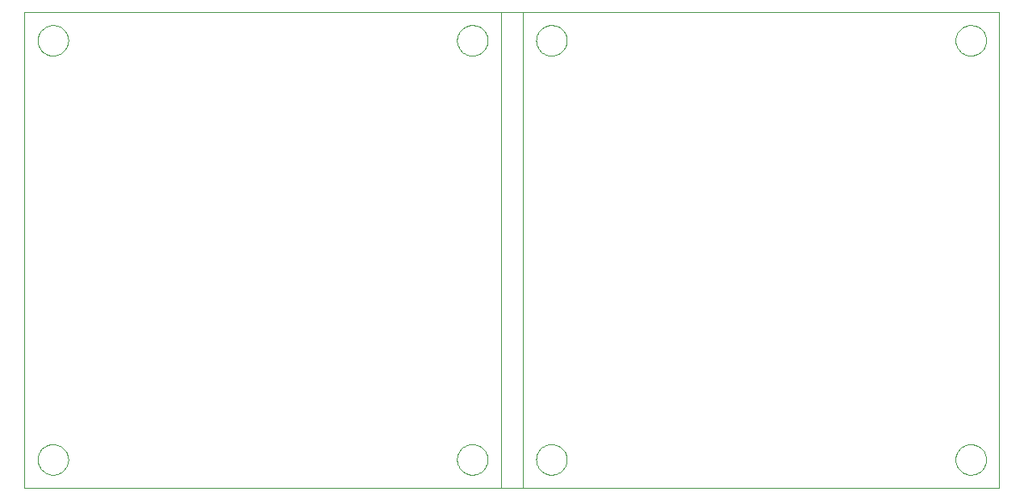
<source format=gko>
G75*
G70*
%OFA0B0*%
%FSLAX24Y24*%
%IPPOS*%
%LPD*%
%AMOC8*
5,1,8,0,0,1.08239X$1,22.5*
%
%ADD10C,0.0000*%
D10*
X000180Y000314D02*
X019865Y000314D01*
X020771Y000314D01*
X040456Y000314D01*
X040456Y019999D01*
X020771Y019999D01*
X020771Y000314D01*
X019865Y000314D02*
X019865Y019999D01*
X020771Y019999D01*
X019865Y019999D02*
X000180Y019999D01*
X000180Y000314D01*
X000731Y001495D02*
X000733Y001545D01*
X000739Y001595D01*
X000749Y001644D01*
X000763Y001692D01*
X000780Y001739D01*
X000801Y001784D01*
X000826Y001828D01*
X000854Y001869D01*
X000886Y001908D01*
X000920Y001945D01*
X000957Y001979D01*
X000997Y002009D01*
X001039Y002036D01*
X001083Y002060D01*
X001129Y002081D01*
X001176Y002097D01*
X001224Y002110D01*
X001274Y002119D01*
X001323Y002124D01*
X001374Y002125D01*
X001424Y002122D01*
X001473Y002115D01*
X001522Y002104D01*
X001570Y002089D01*
X001616Y002071D01*
X001661Y002049D01*
X001704Y002023D01*
X001745Y001994D01*
X001784Y001962D01*
X001820Y001927D01*
X001852Y001889D01*
X001882Y001849D01*
X001909Y001806D01*
X001932Y001762D01*
X001951Y001716D01*
X001967Y001668D01*
X001979Y001619D01*
X001987Y001570D01*
X001991Y001520D01*
X001991Y001470D01*
X001987Y001420D01*
X001979Y001371D01*
X001967Y001322D01*
X001951Y001274D01*
X001932Y001228D01*
X001909Y001184D01*
X001882Y001141D01*
X001852Y001101D01*
X001820Y001063D01*
X001784Y001028D01*
X001745Y000996D01*
X001704Y000967D01*
X001661Y000941D01*
X001616Y000919D01*
X001570Y000901D01*
X001522Y000886D01*
X001473Y000875D01*
X001424Y000868D01*
X001374Y000865D01*
X001323Y000866D01*
X001274Y000871D01*
X001224Y000880D01*
X001176Y000893D01*
X001129Y000909D01*
X001083Y000930D01*
X001039Y000954D01*
X000997Y000981D01*
X000957Y001011D01*
X000920Y001045D01*
X000886Y001082D01*
X000854Y001121D01*
X000826Y001162D01*
X000801Y001206D01*
X000780Y001251D01*
X000763Y001298D01*
X000749Y001346D01*
X000739Y001395D01*
X000733Y001445D01*
X000731Y001495D01*
X018054Y001495D02*
X018056Y001545D01*
X018062Y001595D01*
X018072Y001644D01*
X018086Y001692D01*
X018103Y001739D01*
X018124Y001784D01*
X018149Y001828D01*
X018177Y001869D01*
X018209Y001908D01*
X018243Y001945D01*
X018280Y001979D01*
X018320Y002009D01*
X018362Y002036D01*
X018406Y002060D01*
X018452Y002081D01*
X018499Y002097D01*
X018547Y002110D01*
X018597Y002119D01*
X018646Y002124D01*
X018697Y002125D01*
X018747Y002122D01*
X018796Y002115D01*
X018845Y002104D01*
X018893Y002089D01*
X018939Y002071D01*
X018984Y002049D01*
X019027Y002023D01*
X019068Y001994D01*
X019107Y001962D01*
X019143Y001927D01*
X019175Y001889D01*
X019205Y001849D01*
X019232Y001806D01*
X019255Y001762D01*
X019274Y001716D01*
X019290Y001668D01*
X019302Y001619D01*
X019310Y001570D01*
X019314Y001520D01*
X019314Y001470D01*
X019310Y001420D01*
X019302Y001371D01*
X019290Y001322D01*
X019274Y001274D01*
X019255Y001228D01*
X019232Y001184D01*
X019205Y001141D01*
X019175Y001101D01*
X019143Y001063D01*
X019107Y001028D01*
X019068Y000996D01*
X019027Y000967D01*
X018984Y000941D01*
X018939Y000919D01*
X018893Y000901D01*
X018845Y000886D01*
X018796Y000875D01*
X018747Y000868D01*
X018697Y000865D01*
X018646Y000866D01*
X018597Y000871D01*
X018547Y000880D01*
X018499Y000893D01*
X018452Y000909D01*
X018406Y000930D01*
X018362Y000954D01*
X018320Y000981D01*
X018280Y001011D01*
X018243Y001045D01*
X018209Y001082D01*
X018177Y001121D01*
X018149Y001162D01*
X018124Y001206D01*
X018103Y001251D01*
X018086Y001298D01*
X018072Y001346D01*
X018062Y001395D01*
X018056Y001445D01*
X018054Y001495D01*
X021322Y001495D02*
X021324Y001545D01*
X021330Y001595D01*
X021340Y001644D01*
X021354Y001692D01*
X021371Y001739D01*
X021392Y001784D01*
X021417Y001828D01*
X021445Y001869D01*
X021477Y001908D01*
X021511Y001945D01*
X021548Y001979D01*
X021588Y002009D01*
X021630Y002036D01*
X021674Y002060D01*
X021720Y002081D01*
X021767Y002097D01*
X021815Y002110D01*
X021865Y002119D01*
X021914Y002124D01*
X021965Y002125D01*
X022015Y002122D01*
X022064Y002115D01*
X022113Y002104D01*
X022161Y002089D01*
X022207Y002071D01*
X022252Y002049D01*
X022295Y002023D01*
X022336Y001994D01*
X022375Y001962D01*
X022411Y001927D01*
X022443Y001889D01*
X022473Y001849D01*
X022500Y001806D01*
X022523Y001762D01*
X022542Y001716D01*
X022558Y001668D01*
X022570Y001619D01*
X022578Y001570D01*
X022582Y001520D01*
X022582Y001470D01*
X022578Y001420D01*
X022570Y001371D01*
X022558Y001322D01*
X022542Y001274D01*
X022523Y001228D01*
X022500Y001184D01*
X022473Y001141D01*
X022443Y001101D01*
X022411Y001063D01*
X022375Y001028D01*
X022336Y000996D01*
X022295Y000967D01*
X022252Y000941D01*
X022207Y000919D01*
X022161Y000901D01*
X022113Y000886D01*
X022064Y000875D01*
X022015Y000868D01*
X021965Y000865D01*
X021914Y000866D01*
X021865Y000871D01*
X021815Y000880D01*
X021767Y000893D01*
X021720Y000909D01*
X021674Y000930D01*
X021630Y000954D01*
X021588Y000981D01*
X021548Y001011D01*
X021511Y001045D01*
X021477Y001082D01*
X021445Y001121D01*
X021417Y001162D01*
X021392Y001206D01*
X021371Y001251D01*
X021354Y001298D01*
X021340Y001346D01*
X021330Y001395D01*
X021324Y001445D01*
X021322Y001495D01*
X038645Y001495D02*
X038647Y001545D01*
X038653Y001595D01*
X038663Y001644D01*
X038677Y001692D01*
X038694Y001739D01*
X038715Y001784D01*
X038740Y001828D01*
X038768Y001869D01*
X038800Y001908D01*
X038834Y001945D01*
X038871Y001979D01*
X038911Y002009D01*
X038953Y002036D01*
X038997Y002060D01*
X039043Y002081D01*
X039090Y002097D01*
X039138Y002110D01*
X039188Y002119D01*
X039237Y002124D01*
X039288Y002125D01*
X039338Y002122D01*
X039387Y002115D01*
X039436Y002104D01*
X039484Y002089D01*
X039530Y002071D01*
X039575Y002049D01*
X039618Y002023D01*
X039659Y001994D01*
X039698Y001962D01*
X039734Y001927D01*
X039766Y001889D01*
X039796Y001849D01*
X039823Y001806D01*
X039846Y001762D01*
X039865Y001716D01*
X039881Y001668D01*
X039893Y001619D01*
X039901Y001570D01*
X039905Y001520D01*
X039905Y001470D01*
X039901Y001420D01*
X039893Y001371D01*
X039881Y001322D01*
X039865Y001274D01*
X039846Y001228D01*
X039823Y001184D01*
X039796Y001141D01*
X039766Y001101D01*
X039734Y001063D01*
X039698Y001028D01*
X039659Y000996D01*
X039618Y000967D01*
X039575Y000941D01*
X039530Y000919D01*
X039484Y000901D01*
X039436Y000886D01*
X039387Y000875D01*
X039338Y000868D01*
X039288Y000865D01*
X039237Y000866D01*
X039188Y000871D01*
X039138Y000880D01*
X039090Y000893D01*
X039043Y000909D01*
X038997Y000930D01*
X038953Y000954D01*
X038911Y000981D01*
X038871Y001011D01*
X038834Y001045D01*
X038800Y001082D01*
X038768Y001121D01*
X038740Y001162D01*
X038715Y001206D01*
X038694Y001251D01*
X038677Y001298D01*
X038663Y001346D01*
X038653Y001395D01*
X038647Y001445D01*
X038645Y001495D01*
X038645Y018818D02*
X038647Y018868D01*
X038653Y018918D01*
X038663Y018967D01*
X038677Y019015D01*
X038694Y019062D01*
X038715Y019107D01*
X038740Y019151D01*
X038768Y019192D01*
X038800Y019231D01*
X038834Y019268D01*
X038871Y019302D01*
X038911Y019332D01*
X038953Y019359D01*
X038997Y019383D01*
X039043Y019404D01*
X039090Y019420D01*
X039138Y019433D01*
X039188Y019442D01*
X039237Y019447D01*
X039288Y019448D01*
X039338Y019445D01*
X039387Y019438D01*
X039436Y019427D01*
X039484Y019412D01*
X039530Y019394D01*
X039575Y019372D01*
X039618Y019346D01*
X039659Y019317D01*
X039698Y019285D01*
X039734Y019250D01*
X039766Y019212D01*
X039796Y019172D01*
X039823Y019129D01*
X039846Y019085D01*
X039865Y019039D01*
X039881Y018991D01*
X039893Y018942D01*
X039901Y018893D01*
X039905Y018843D01*
X039905Y018793D01*
X039901Y018743D01*
X039893Y018694D01*
X039881Y018645D01*
X039865Y018597D01*
X039846Y018551D01*
X039823Y018507D01*
X039796Y018464D01*
X039766Y018424D01*
X039734Y018386D01*
X039698Y018351D01*
X039659Y018319D01*
X039618Y018290D01*
X039575Y018264D01*
X039530Y018242D01*
X039484Y018224D01*
X039436Y018209D01*
X039387Y018198D01*
X039338Y018191D01*
X039288Y018188D01*
X039237Y018189D01*
X039188Y018194D01*
X039138Y018203D01*
X039090Y018216D01*
X039043Y018232D01*
X038997Y018253D01*
X038953Y018277D01*
X038911Y018304D01*
X038871Y018334D01*
X038834Y018368D01*
X038800Y018405D01*
X038768Y018444D01*
X038740Y018485D01*
X038715Y018529D01*
X038694Y018574D01*
X038677Y018621D01*
X038663Y018669D01*
X038653Y018718D01*
X038647Y018768D01*
X038645Y018818D01*
X021322Y018818D02*
X021324Y018868D01*
X021330Y018918D01*
X021340Y018967D01*
X021354Y019015D01*
X021371Y019062D01*
X021392Y019107D01*
X021417Y019151D01*
X021445Y019192D01*
X021477Y019231D01*
X021511Y019268D01*
X021548Y019302D01*
X021588Y019332D01*
X021630Y019359D01*
X021674Y019383D01*
X021720Y019404D01*
X021767Y019420D01*
X021815Y019433D01*
X021865Y019442D01*
X021914Y019447D01*
X021965Y019448D01*
X022015Y019445D01*
X022064Y019438D01*
X022113Y019427D01*
X022161Y019412D01*
X022207Y019394D01*
X022252Y019372D01*
X022295Y019346D01*
X022336Y019317D01*
X022375Y019285D01*
X022411Y019250D01*
X022443Y019212D01*
X022473Y019172D01*
X022500Y019129D01*
X022523Y019085D01*
X022542Y019039D01*
X022558Y018991D01*
X022570Y018942D01*
X022578Y018893D01*
X022582Y018843D01*
X022582Y018793D01*
X022578Y018743D01*
X022570Y018694D01*
X022558Y018645D01*
X022542Y018597D01*
X022523Y018551D01*
X022500Y018507D01*
X022473Y018464D01*
X022443Y018424D01*
X022411Y018386D01*
X022375Y018351D01*
X022336Y018319D01*
X022295Y018290D01*
X022252Y018264D01*
X022207Y018242D01*
X022161Y018224D01*
X022113Y018209D01*
X022064Y018198D01*
X022015Y018191D01*
X021965Y018188D01*
X021914Y018189D01*
X021865Y018194D01*
X021815Y018203D01*
X021767Y018216D01*
X021720Y018232D01*
X021674Y018253D01*
X021630Y018277D01*
X021588Y018304D01*
X021548Y018334D01*
X021511Y018368D01*
X021477Y018405D01*
X021445Y018444D01*
X021417Y018485D01*
X021392Y018529D01*
X021371Y018574D01*
X021354Y018621D01*
X021340Y018669D01*
X021330Y018718D01*
X021324Y018768D01*
X021322Y018818D01*
X018054Y018818D02*
X018056Y018868D01*
X018062Y018918D01*
X018072Y018967D01*
X018086Y019015D01*
X018103Y019062D01*
X018124Y019107D01*
X018149Y019151D01*
X018177Y019192D01*
X018209Y019231D01*
X018243Y019268D01*
X018280Y019302D01*
X018320Y019332D01*
X018362Y019359D01*
X018406Y019383D01*
X018452Y019404D01*
X018499Y019420D01*
X018547Y019433D01*
X018597Y019442D01*
X018646Y019447D01*
X018697Y019448D01*
X018747Y019445D01*
X018796Y019438D01*
X018845Y019427D01*
X018893Y019412D01*
X018939Y019394D01*
X018984Y019372D01*
X019027Y019346D01*
X019068Y019317D01*
X019107Y019285D01*
X019143Y019250D01*
X019175Y019212D01*
X019205Y019172D01*
X019232Y019129D01*
X019255Y019085D01*
X019274Y019039D01*
X019290Y018991D01*
X019302Y018942D01*
X019310Y018893D01*
X019314Y018843D01*
X019314Y018793D01*
X019310Y018743D01*
X019302Y018694D01*
X019290Y018645D01*
X019274Y018597D01*
X019255Y018551D01*
X019232Y018507D01*
X019205Y018464D01*
X019175Y018424D01*
X019143Y018386D01*
X019107Y018351D01*
X019068Y018319D01*
X019027Y018290D01*
X018984Y018264D01*
X018939Y018242D01*
X018893Y018224D01*
X018845Y018209D01*
X018796Y018198D01*
X018747Y018191D01*
X018697Y018188D01*
X018646Y018189D01*
X018597Y018194D01*
X018547Y018203D01*
X018499Y018216D01*
X018452Y018232D01*
X018406Y018253D01*
X018362Y018277D01*
X018320Y018304D01*
X018280Y018334D01*
X018243Y018368D01*
X018209Y018405D01*
X018177Y018444D01*
X018149Y018485D01*
X018124Y018529D01*
X018103Y018574D01*
X018086Y018621D01*
X018072Y018669D01*
X018062Y018718D01*
X018056Y018768D01*
X018054Y018818D01*
X000731Y018818D02*
X000733Y018868D01*
X000739Y018918D01*
X000749Y018967D01*
X000763Y019015D01*
X000780Y019062D01*
X000801Y019107D01*
X000826Y019151D01*
X000854Y019192D01*
X000886Y019231D01*
X000920Y019268D01*
X000957Y019302D01*
X000997Y019332D01*
X001039Y019359D01*
X001083Y019383D01*
X001129Y019404D01*
X001176Y019420D01*
X001224Y019433D01*
X001274Y019442D01*
X001323Y019447D01*
X001374Y019448D01*
X001424Y019445D01*
X001473Y019438D01*
X001522Y019427D01*
X001570Y019412D01*
X001616Y019394D01*
X001661Y019372D01*
X001704Y019346D01*
X001745Y019317D01*
X001784Y019285D01*
X001820Y019250D01*
X001852Y019212D01*
X001882Y019172D01*
X001909Y019129D01*
X001932Y019085D01*
X001951Y019039D01*
X001967Y018991D01*
X001979Y018942D01*
X001987Y018893D01*
X001991Y018843D01*
X001991Y018793D01*
X001987Y018743D01*
X001979Y018694D01*
X001967Y018645D01*
X001951Y018597D01*
X001932Y018551D01*
X001909Y018507D01*
X001882Y018464D01*
X001852Y018424D01*
X001820Y018386D01*
X001784Y018351D01*
X001745Y018319D01*
X001704Y018290D01*
X001661Y018264D01*
X001616Y018242D01*
X001570Y018224D01*
X001522Y018209D01*
X001473Y018198D01*
X001424Y018191D01*
X001374Y018188D01*
X001323Y018189D01*
X001274Y018194D01*
X001224Y018203D01*
X001176Y018216D01*
X001129Y018232D01*
X001083Y018253D01*
X001039Y018277D01*
X000997Y018304D01*
X000957Y018334D01*
X000920Y018368D01*
X000886Y018405D01*
X000854Y018444D01*
X000826Y018485D01*
X000801Y018529D01*
X000780Y018574D01*
X000763Y018621D01*
X000749Y018669D01*
X000739Y018718D01*
X000733Y018768D01*
X000731Y018818D01*
M02*

</source>
